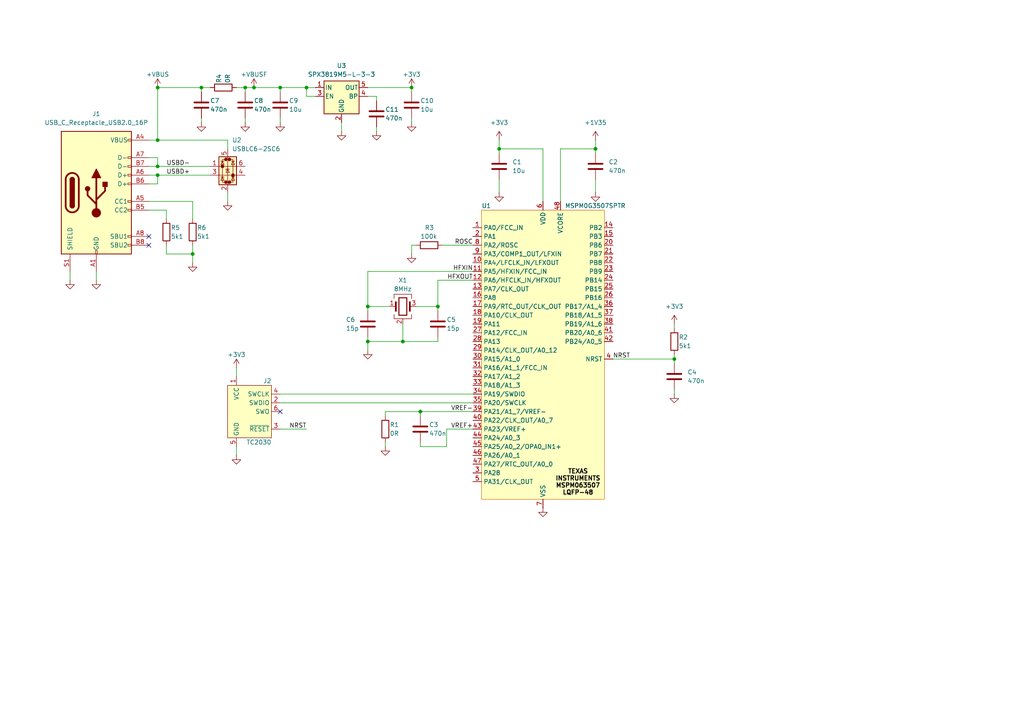
<source format=kicad_sch>
(kicad_sch (version 20250114) (generator "eeschema") (generator_version "9.0")
  (paper "A4")
  (title_block (title "MSPM0 Board") (date "2026-01-09") (rev "A") (company "Slemanz"))
  (lib_symbols
    (symbol "Connector:Conn_ARM_SWD_TagConnect_TC2030" (in_bom no)
      (property "Reference" "J2" (at -6.35 1.2701 0))
      (property "Value" "Conn_ARM_SWD_TagConnect_TC2030" (at -6.35 -1.2699 0))
      (symbol "Conn_ARM_SWD_TagConnect_TC2030_0_0"
        (pin power_in line (at -2.54 10.16 270) (length 2.54) (name "VCC") (number "1"))
        (pin power_in line (at -2.54 -10.16 90) (length 2.54) (name "GND") (number "5"))
        (pin output line (at 10.16 5.08 180) (length 2.54) (name "SWCLK") (number "4"))
        (pin bidirectional line (at 10.16 2.54 180) (length 2.54) (name "SWDIO") (number "2"))
        (pin input line (at 10.16 0 180) (length 2.54) (name "SWO") (number "6"))
        (pin open_collector line (at 10.16 -5.08 180) (length 2.54) (name "~{RESET}") (number "3"))
      )
      (symbol "Conn_ARM_SWD_TagConnect_TC2030_0_1"
        (rectangle (start -5.08 7.62) (end 7.62 -7.62) (fill (type background)))
      )
    )
    (symbol "Connector:USB_C_Receptacle_USB2.0_16P" (pin_names (offset 1.016))
      (property "Reference" "J1" (at 0 22.86 0))
      (property "Value" "USB_C_Receptacle_USB2.0_16P" (at 0 20.32 0))
      (symbol "USB_C_Receptacle_USB2.0_16P_0_0"
        (rectangle (start -0.254 -17.78) (end 0.254 -16.764))
        (rectangle (start 10.16 15.494) (end 9.144 14.986))
        (rectangle (start 10.16 10.414) (end 9.144 9.906))
        (rectangle (start 10.16 7.874) (end 9.144 7.366))
        (rectangle (start 10.16 5.334) (end 9.144 4.826))
        (rectangle (start 10.16 2.794) (end 9.144 2.286))
        (rectangle (start 10.16 -2.286) (end 9.144 -2.794))
        (rectangle (start 10.16 -4.826) (end 9.144 -5.334))
        (rectangle (start 10.16 -12.446) (end 9.144 -12.954))
        (rectangle (start 10.16 -14.986) (end 9.144 -15.494))
      )
      (symbol "USB_C_Receptacle_USB2.0_16P_0_1"
        (rectangle (start -10.16 17.78) (end 10.16 -17.78) (stroke (width 0.254)) (fill (type background)))
        (polyline (pts (xy -8.89 -3.81) (xy -8.89 3.81)) (stroke (width 0.508)))
        (rectangle (start -7.62 -3.81) (end -6.35 3.81) (stroke (width 0.254)) (fill (type outline)))
        (arc (start -7.62 3.81) (mid -6.985 4.4423) (end -6.35 3.81) (stroke (width 0.254)))
        (arc (start -7.62 3.81) (mid -6.985 4.4423) (end -6.35 3.81) (stroke (width 0.254)) (fill (type outline)))
        (arc (start -8.89 3.81) (mid -6.985 5.7067) (end -5.08 3.81) (stroke (width 0.508)))
        (arc (start -5.08 -3.81) (mid -6.985 -5.7067) (end -8.89 -3.81) (stroke (width 0.508)))
        (arc (start -6.35 -3.81) (mid -6.985 -4.4423) (end -7.62 -3.81) (stroke (width 0.254)))
        (arc (start -6.35 -3.81) (mid -6.985 -4.4423) (end -7.62 -3.81) (stroke (width 0.254)) (fill (type outline)))
        (polyline (pts (xy -5.08 3.81) (xy -5.08 -3.81)) (stroke (width 0.508)))
        (circle (center -2.54 1.143) (radius 0.635) (stroke (width 0.254)) (fill (type outline)))
        (polyline (pts (xy -1.27 4.318) (xy 0 6.858) (xy 1.27 4.318) (xy -1.27 4.318)) (stroke (width 0.254)) (fill (type outline)))
        (polyline (pts (xy 0 -2.032) (xy 2.54 0.508) (xy 2.54 1.778)) (stroke (width 0.508)))
        (polyline (pts (xy 0 -3.302) (xy -2.54 -0.762) (xy -2.54 0.508)) (stroke (width 0.508)))
        (polyline (pts (xy 0 -5.842) (xy 0 4.318)) (stroke (width 0.508)))
        (circle (center 0 -5.842) (radius 1.27) (fill (type outline)))
        (rectangle (start 1.905 1.778) (end 3.175 3.048) (stroke (width 0.254)) (fill (type outline)))
      )
      (symbol "USB_C_Receptacle_USB2.0_16P_1_1"
        (pin passive line (at -7.62 -22.86 90) (length 5.08) (name "SHIELD") (number "S1"))
        (pin passive line (at 0 -22.86 90) (length 5.08) (name "GND") (number "A1"))
        (pin passive line (at 0 -22.86 90) (length 5.08) (hide yes) (name "GND") (number "A12"))
        (pin passive line (at 0 -22.86 90) (length 5.08) (hide yes) (name "GND") (number "B1"))
        (pin passive line (at 0 -22.86 90) (length 5.08) (hide yes) (name "GND") (number "B12"))
        (pin passive line (at 15.24 15.24 180) (length 5.08) (name "VBUS") (number "A4"))
        (pin passive line (at 15.24 15.24 180) (length 5.08) (hide yes) (name "VBUS") (number "A9"))
        (pin passive line (at 15.24 15.24 180) (length 5.08) (hide yes) (name "VBUS") (number "B4"))
        (pin passive line (at 15.24 15.24 180) (length 5.08) (hide yes) (name "VBUS") (number "B9"))
        (pin bidirectional line (at 15.24 10.16 180) (length 5.08) (name "D-") (number "A7"))
        (pin bidirectional line (at 15.24 7.62 180) (length 5.08) (name "D-") (number "B7"))
        (pin bidirectional line (at 15.24 5.08 180) (length 5.08) (name "D+") (number "A6"))
        (pin bidirectional line (at 15.24 2.54 180) (length 5.08) (name "D+") (number "B6"))
        (pin bidirectional line (at 15.24 -2.54 180) (length 5.08) (name "CC1") (number "A5"))
        (pin bidirectional line (at 15.24 -5.08 180) (length 5.08) (name "CC2") (number "B5"))
        (pin bidirectional line (at 15.24 -12.7 180) (length 5.08) (name "SBU1") (number "A8"))
        (pin bidirectional line (at 15.24 -15.24 180) (length 5.08) (name "SBU2") (number "B8"))
      )
    )
    (symbol "Device:C" (pin_numbers (hide yes)) (pin_names (offset 0.254))
      (property "Reference" "C" (at 0.635 2.54 0))
      (property "Value" "C" (at 0.635 -2.54 0))
      (symbol "C_0_1"
        (polyline (pts (xy -2.032 0.762) (xy 2.032 0.762)) (stroke (width 0.508)))
        (polyline (pts (xy -2.032 -0.762) (xy 2.032 -0.762)) (stroke (width 0.508)))
      )
      (symbol "C_1_1"
        (pin passive line (at 0 3.81 270) (length 2.794) (name "~") (number "1"))
        (pin passive line (at 0 -3.81 90) (length 2.794) (name "~") (number "2"))
      )
    )
    (symbol "Device:Crystal_GND24" (pin_names (offset 1.016) (hide yes))
      (property "Reference" "Y" (at 3.175 5.08 0))
      (property "Value" "Crystal_GND24" (at 3.175 3.175 0))
      (symbol "Crystal_GND24_0_1"
        (polyline (pts (xy -2.54 2.286) (xy -2.54 3.556) (xy 2.54 3.556) (xy 2.54 2.286)))
        (polyline (pts (xy -2.54 0) (xy -2.032 0)))
        (polyline (pts (xy -2.54 -2.286) (xy -2.54 -3.556) (xy 2.54 -3.556) (xy 2.54 -2.286)))
        (polyline (pts (xy -2.032 -1.27) (xy -2.032 1.27)) (stroke (width 0.508)))
        (rectangle (start -1.143 2.54) (end 1.143 -2.54) (stroke (width 0.3048)))
        (polyline (pts (xy 0 -3.81) (xy 0 -3.556)))
        (polyline (pts (xy 2.032 0) (xy 2.54 0)))
        (polyline (pts (xy 2.032 -1.27) (xy 2.032 1.27)) (stroke (width 0.508)))
      )
      (symbol "Crystal_GND24_1_1"
        (pin passive line (at -3.81 0 0) (length 1.27) (name "1") (number "1"))
        (pin passive line (at 0 -5.08 90) (length 1.27) (name "G") (number "2"))
        (pin passive line (at 0 -5.08 90) (length 1.27) (hide yes) (name "G") (number "4"))
        (pin passive line (at 3.81 0 180) (length 1.27) (name "3") (number "3"))
      )
    )
    (symbol "Device:R" (pin_numbers (hide yes)) (pin_names (offset 0))
      (property "Reference" "R" (at 2.032 0 90))
      (property "Value" "R" (at 0 0 90))
      (symbol "R_0_1"
        (rectangle (start -1.016 -2.54) (end 1.016 2.54) (stroke (width 0.254)))
      )
      (symbol "R_1_1"
        (pin passive line (at 0 3.81 270) (length 1.27) (name "~") (number "1"))
        (pin passive line (at 0 -3.81 90) (length 1.27) (name "~") (number "2"))
      )
    )
    (symbol "Power_Protection:USBLC6-2SC6" (pin_names (hide yes))
      (property "Reference" "U" (at 0.635 5.715 0))
      (property "Value" "USBLC6-2SC6" (at 0.635 3.81 0))
      (symbol "USBLC6-2SC6_0_0"
        (circle (center -1.524 0) (radius 0.0001) (stroke (width 0.508)))
        (circle (center -0.508 2.032) (radius 0.0001) (stroke (width 0.508)))
        (circle (center -0.508 -4.572) (radius 0.0001) (stroke (width 0.508)))
        (circle (center 0.508 2.032) (radius 0.0001) (stroke (width 0.508)))
        (circle (center 0.508 -4.572) (radius 0.0001) (stroke (width 0.508)))
        (circle (center 1.524 -2.54) (radius 0.0001) (stroke (width 0.508)))
      )
      (symbol "USBLC6-2SC6_0_1"
        (polyline (pts (xy -2.54 0) (xy 2.54 0)))
        (polyline (pts (xy -2.54 -2.54) (xy 2.54 -2.54)))
        (polyline (pts (xy -2.032 0.508) (xy -1.016 0.508) (xy -1.524 1.524) (xy -2.032 0.508)))
        (polyline (pts (xy -2.032 -3.048) (xy -1.016 -3.048)))
        (polyline (pts (xy -1.016 1.524) (xy -2.032 1.524)))
        (polyline (pts (xy -1.016 -4.064) (xy -2.032 -4.064) (xy -1.524 -3.048) (xy -1.016 -4.064)))
        (polyline (pts (xy -0.508 -1.143) (xy -0.508 -0.762) (xy 0.508 -0.762)))
        (polyline (pts (xy 0 2.54) (xy -0.508 2.032) (xy 0.508 2.032) (xy 0 1.524) (xy 0 -4.064) (xy -0.508 -4.572) (xy 0.508 -4.572) (xy 0 -5.08)))
        (polyline (pts (xy 0.508 -1.778) (xy -0.508 -1.778) (xy 0 -0.762) (xy 0.508 -1.778)))
        (polyline (pts (xy 1.016 1.524) (xy 2.032 1.524)))
        (polyline (pts (xy 1.016 -3.048) (xy 2.032 -3.048)))
        (polyline (pts (xy 2.032 0.508) (xy 1.016 0.508) (xy 1.524 1.524) (xy 2.032 0.508)))
        (polyline (pts (xy 2.032 -4.064) (xy 1.016 -4.064) (xy 1.524 -3.048) (xy 2.032 -4.064)))
      )
      (symbol "USBLC6-2SC6_1_1"
        (rectangle (start -2.54 2.794) (end 2.54 -5.334) (stroke (width 0.254)) (fill (type background)))
        (polyline (pts (xy -0.508 2.032) (xy -1.524 2.032) (xy -1.524 -4.572) (xy -0.508 -4.572)))
        (polyline (pts (xy 0.508 -4.572) (xy 1.524 -4.572) (xy 1.524 2.032) (xy 0.508 2.032)))
        (pin passive line (at -5.08 0 0) (length 2.54) (name "I/O1") (number "1"))
        (pin passive line (at -5.08 -2.54 0) (length 2.54) (name "I/O2") (number "3"))
        (pin passive line (at 0 5.08 270) (length 2.54) (name "VBUS") (number "5"))
        (pin passive line (at 0 -7.62 90) (length 2.54) (name "GND") (number "2"))
        (pin passive line (at 5.08 0 180) (length 2.54) (name "I/O1") (number "6"))
        (pin passive line (at 5.08 -2.54 180) (length 2.54) (name "I/O2") (number "4"))
      )
    )
    (symbol "Regulator_Linear:SPX3819M5-L-3-3" (pin_names (offset 0.254))
      (property "Reference" "U" (at -3.81 5.715 0))
      (property "Value" "SPX3819M5-L-3-3" (at 0 5.715 0))
      (symbol "SPX3819M5-L-3-3_0_1"
        (rectangle (start -5.08 4.445) (end 5.08 -5.08) (stroke (width 0.254)) (fill (type background)))
      )
      (symbol "SPX3819M5-L-3-3_1_1"
        (pin power_in line (at -7.62 2.54 0) (length 2.54) (name "IN") (number "1"))
        (pin input line (at -7.62 0 0) (length 2.54) (name "EN") (number "3"))
        (pin power_in line (at 0 -7.62 90) (length 2.54) (name "GND") (number "2"))
        (pin power_out line (at 7.62 2.54 180) (length 2.54) (name "OUT") (number "5"))
        (pin input line (at 7.62 0 180) (length 2.54) (name "BP") (number "4"))
      )
    )
    (symbol "power:+1V35" (power) (pin_numbers (hide yes)) (pin_names (offset 0) (hide yes))
      (property "Value" "+1V35" (at 0 3.556 0))
      (symbol "+1V35_0_1"
        (polyline (pts (xy -0.762 1.27) (xy 0 2.54)))
        (polyline (pts (xy 0 2.54) (xy 0.762 1.27)))
        (polyline (pts (xy 0 0) (xy 0 2.54)))
      )
      (symbol "+1V35_1_1"
        (pin power_in line (at 0 0 90) (length 0) (name "~") (number "1"))
      )
    )
    (symbol "power:+3V3" (power) (pin_numbers (hide yes)) (pin_names (offset 0) (hide yes))
      (property "Value" "+3V3" (at 0 3.556 0))
      (symbol "+3V3_0_1"
        (polyline (pts (xy -0.762 1.27) (xy 0 2.54)))
        (polyline (pts (xy 0 2.54) (xy 0.762 1.27)))
        (polyline (pts (xy 0 0) (xy 0 2.54)))
      )
      (symbol "+3V3_1_1"
        (pin power_in line (at 0 0 90) (length 0) (name "~") (number "1"))
      )
    )
    (symbol "power:GND" (power) (pin_numbers (hide yes)) (pin_names (offset 0) (hide yes))
      (property "Value" "GND" (at 0 -3.81 0))
      (symbol "GND_0_1"
        (polyline (pts (xy 0 0) (xy 0 -1.27) (xy 1.27 -1.27) (xy 0 -2.54) (xy -1.27 -1.27) (xy 0 -1.27)))
      )
      (symbol "GND_1_1"
        (pin power_in line (at 0 0 270) (length 0) (name "~") (number "1"))
      )
    )
    (symbol "symbol_lib:MSPM0G3507SPTR"
      (property "Reference" "U" (at -14.732 44.704 0))
      (property "Value" "MSPM0G3507SPTR" (at 0 0 0))
      (symbol "MSPM0G3507SPTR_0_0"
        (pin passive line (at -20.32 38.1 0) (length 2.54) (name "PA0/FCC_IN") (number "1"))
        (pin passive line (at -20.32 35.56 0) (length 2.54) (name "PA1") (number "2"))
        (pin passive line (at -20.32 33.02 0) (length 2.54) (name "PA2/ROSC") (number "8"))
        (pin passive line (at -20.32 30.48 0) (length 2.54) (name "PA3/COMP1_OUT/LFXIN") (number "9"))
        (pin passive line (at -20.32 27.94 0) (length 2.54) (name "PA4/LFCLK_IN/LFXOUT") (number "10"))
        (pin passive line (at -20.32 25.4 0) (length 2.54) (name "PA5/HFXIN/FCC_IN") (number "11"))
        (pin passive line (at -20.32 22.86 0) (length 2.54) (name "PA6/HFCLK_IN/HFXOUT") (number "12"))
        (pin passive line (at -20.32 20.32 0) (length 2.54) (name "PA7/CLK_OUT") (number "13"))
        (pin passive line (at -20.32 17.78 0) (length 2.54) (name "PA8") (number "16"))
        (pin passive line (at -20.32 10.16 0) (length 2.54) (name "PA11") (number "19"))
        (pin passive line (at -20.32 5.08 0) (length 2.54) (name "PA13") (number "28"))
        (pin passive line (at -20.32 -33.02 0) (length 2.54) (name "PA28") (number "3"))
        (pin passive line (at 0 45.72 270) (length 2.54) (name "VDD") (number "6"))
        (pin passive line (at 0 -43.18 90) (length 2.54) (name "VSS") (number "7"))
        (pin passive line (at 5.08 45.72 270) (length 2.54) (name "VCORE") (number "48"))
        (pin passive line (at 20.32 38.1 180) (length 2.54) (name "PB2") (number "14"))
        (pin passive line (at 20.32 35.56 180) (length 2.54) (name "PB3") (number "15"))
        (pin passive line (at 20.32 33.02 180) (length 2.54) (name "PB6") (number "20"))
        (pin passive line (at 20.32 30.48 180) (length 2.54) (name "PB7") (number "21"))
        (pin passive line (at 20.32 27.94 180) (length 2.54) (name "PB8") (number "22"))
        (pin passive line (at 20.32 25.4 180) (length 2.54) (name "PB9") (number "23"))
        (pin passive line (at 20.32 22.86 180) (length 2.54) (name "PB14") (number "24"))
        (pin passive line (at 20.32 20.32 180) (length 2.54) (name "PB15") (number "25"))
        (pin passive line (at 20.32 17.78 180) (length 2.54) (name "PB16") (number "26"))
      )
      (symbol "MSPM0G3507SPTR_1_0"
        (pin passive line (at -20.32 15.24 0) (length 2.54) (name "PA9/RTC_OUT/CLK_OUT") (number "17"))
        (pin passive line (at -20.32 12.7 0) (length 2.54) (name "PA10/CLK_OUT") (number "18"))
        (pin passive line (at -20.32 7.62 0) (length 2.54) (name "PA12/FCC_IN") (number "27"))
        (pin passive line (at -20.32 2.54 0) (length 2.54) (name "PA14/CLK_OUT/A0_12") (number "29"))
        (pin passive line (at -20.32 0 0) (length 2.54) (name "PA15/A1_0") (number "30"))
        (pin passive line (at -20.32 -2.54 0) (length 2.54) (name "PA16/A1_1/FCC_IN") (number "31"))
        (pin passive line (at -20.32 -5.08 0) (length 2.54) (name "PA17/A1_2") (number "32"))
        (pin passive line (at -20.32 -7.62 0) (length 2.54) (name "PA18/A1_3") (number "33"))
        (pin passive line (at -20.32 -10.16 0) (length 2.54) (name "PA19/SWDIO") (number "34"))
        (pin passive line (at -20.32 -12.7 0) (length 2.54) (name "PA20/SWCLK") (number "35"))
        (pin passive line (at -20.32 -15.24 0) (length 2.54) (name "PA21/A1_7/VREF-") (number "39"))
        (pin passive line (at -20.32 -17.78 0) (length 2.54) (name "PA22/CLK_OUT/A0_7") (number "40"))
        (pin passive line (at -20.32 -20.32 0) (length 2.54) (name "PA23/VREF+") (number "43"))
        (pin passive line (at -20.32 -22.86 0) (length 2.54) (name "PA24/A0_3") (number "44"))
        (pin passive line (at -20.32 -25.4 0) (length 2.54) (name "PA25/A0_2/OPA0_IN1+") (number "45"))
        (pin passive line (at -20.32 -27.94 0) (length 2.54) (name "PA26/A0_1") (number "46"))
        (pin passive line (at -20.32 -30.48 0) (length 2.54) (name "PA27/RTC_OUT/A0_0") (number "47"))
        (pin passive line (at -20.32 -35.56 0) (length 2.54) (name "PA31/CLK_OUT") (number "5"))
        (pin passive line (at 20.32 15.24 180) (length 2.54) (name "PB17/A1_4") (number "36"))
        (pin passive line (at 20.32 12.7 180) (length 2.54) (name "PB18/A1_5") (number "37"))
        (pin passive line (at 20.32 10.16 180) (length 2.54) (name "PB19/A1_6") (number "38"))
        (pin passive line (at 20.32 7.62 180) (length 2.54) (name "PB20/A0_6") (number "41"))
        (pin passive line (at 20.32 5.08 180) (length 2.54) (name "PB24/A0_5") (number "42"))
        (pin passive line (at 20.32 0 180) (length 2.54) (name "NRST") (number "4"))
      )
      (symbol "MSPM0G3507SPTR_1_1"
        (rectangle (start -17.78 43.18) (end 17.78 -40.64) (stroke (width 0) (color 204 102 0 1)) (fill (type color) (color 255 255 194 1)))
        (text "TEXAS\nINSTRUMENTS\nMSPM063507\nLQFP-48" (at 10.16 -35.56 0) (effects (font (size 1.27 1.27) (thickness 0.254) (bold yes))))
      )
    )
  )
  (junction (at 45.72 48.26))
  (junction (at 119.38 25.4))
  (junction (at 106.68 88.9))
  (junction (at 195.58 104.14))
  (junction (at 81.28 25.4))
  (junction (at 121.92 119.38))
  (junction (at 45.72 40.64))
  (junction (at 73.66 25.4))
  (junction (at 45.72 50.8))
  (junction (at 55.88 73.66))
  (junction (at 45.72 25.4))
  (junction (at 58.42 25.4))
  (junction (at 172.72 43.18))
  (junction (at 127 88.9))
  (junction (at 88.9 25.4))
  (junction (at 144.78 43.18))
  (junction (at 116.84 99.06))
  (junction (at 71.12 25.4))
  (junction (at 106.68 99.06))
  (no_connect (at 43.18 68.58))
  (no_connect (at 81.28 119.38))
  (no_connect (at 43.18 71.12))
  (wire (pts (xy 43.18 50.8) (xy 45.72 50.8)))
  (wire (pts (xy 81.28 34.29) (xy 81.28 35.56)))
  (wire (pts (xy 45.72 50.8) (xy 60.96 50.8)))
  (wire (pts (xy 172.72 40.64) (xy 172.72 43.18)))
  (wire (pts (xy 48.26 73.66) (xy 55.88 73.66)))
  (wire (pts (xy 71.12 34.29) (xy 71.12 35.56)))
  (wire (pts (xy 58.42 25.4) (xy 58.42 26.67)))
  (wire (pts (xy 55.88 73.66) (xy 55.88 76.2)))
  (wire (pts (xy 106.68 88.9) (xy 106.68 90.17)))
  (wire (pts (xy 106.68 27.94) (xy 109.22 27.94)))
  (wire (pts (xy 162.56 43.18) (xy 172.72 43.18)))
  (wire (pts (xy 128.27 71.12) (xy 137.16 71.12)))
  (wire (pts (xy 116.84 99.06) (xy 127 99.06)))
  (wire (pts (xy 121.92 129.54) (xy 121.92 128.27)))
  (wire (pts (xy 43.18 60.96) (xy 48.26 60.96)))
  (wire (pts (xy 66.04 58.42) (xy 66.04 55.88)))
  (wire (pts (xy 43.18 48.26) (xy 45.72 48.26)))
  (wire (pts (xy 91.44 25.4) (xy 88.9 25.4)))
  (wire (pts (xy 119.38 25.4) (xy 119.38 26.67)))
  (wire (pts (xy 71.12 26.67) (xy 71.12 25.4)))
  (wire (pts (xy 71.12 25.4) (xy 73.66 25.4)))
  (wire (pts (xy 120.65 88.9) (xy 127 88.9)))
  (wire (pts (xy 127 99.06) (xy 127 97.79)))
  (wire (pts (xy 144.78 52.07) (xy 144.78 55.88)))
  (wire (pts (xy 109.22 36.83) (xy 109.22 38.1)))
  (wire (pts (xy 71.12 25.4) (xy 68.58 25.4)))
  (wire (pts (xy 43.18 40.64) (xy 45.72 40.64)))
  (wire (pts (xy 121.92 129.54) (xy 129.54 129.54)))
  (wire (pts (xy 195.58 93.98) (xy 195.58 95.25)))
  (wire (pts (xy 106.68 97.79) (xy 106.68 99.06)))
  (wire (pts (xy 119.38 73.66) (xy 119.38 71.12)))
  (wire (pts (xy 45.72 40.64) (xy 45.72 25.4)))
  (wire (pts (xy 177.8 104.14) (xy 195.58 104.14)))
  (wire (pts (xy 106.68 99.06) (xy 106.68 101.6)))
  (wire (pts (xy 195.58 104.14) (xy 195.58 105.41)))
  (wire (pts (xy 81.28 25.4) (xy 81.28 26.67)))
  (wire (pts (xy 45.72 48.26) (xy 60.96 48.26)))
  (wire (pts (xy 157.48 58.42) (xy 157.48 43.18)))
  (wire (pts (xy 119.38 71.12) (xy 120.65 71.12)))
  (wire (pts (xy 48.26 71.12) (xy 48.26 73.66)))
  (wire (pts (xy 119.38 34.29) (xy 119.38 35.56)))
  (wire (pts (xy 81.28 25.4) (xy 88.9 25.4)))
  (wire (pts (xy 68.58 106.68) (xy 68.58 109.22)))
  (wire (pts (xy 106.68 25.4) (xy 119.38 25.4)))
  (wire (pts (xy 121.92 119.38) (xy 137.16 119.38)))
  (wire (pts (xy 48.26 60.96) (xy 48.26 63.5)))
  (wire (pts (xy 99.06 35.56) (xy 99.06 38.1)))
  (wire (pts (xy 45.72 45.72) (xy 43.18 45.72)))
  (wire (pts (xy 43.18 53.34) (xy 45.72 53.34)))
  (wire (pts (xy 121.92 119.38) (xy 111.76 119.38)))
  (wire (pts (xy 116.84 93.98) (xy 116.84 99.06)))
  (wire (pts (xy 109.22 27.94) (xy 109.22 29.21)))
  (wire (pts (xy 27.94 78.74) (xy 27.94 81.28)))
  (wire (pts (xy 91.44 27.94) (xy 88.9 27.94)))
  (wire (pts (xy 121.92 119.38) (xy 121.92 120.65)))
  (wire (pts (xy 68.58 129.54) (xy 68.58 132.08)))
  (wire (pts (xy 66.04 40.64) (xy 66.04 43.18)))
  (wire (pts (xy 127 81.28) (xy 137.16 81.28)))
  (wire (pts (xy 137.16 78.74) (xy 106.68 78.74)))
  (wire (pts (xy 127 88.9) (xy 127 90.17)))
  (wire (pts (xy 58.42 25.4) (xy 60.96 25.4)))
  (wire (pts (xy 111.76 119.38) (xy 111.76 120.65)))
  (wire (pts (xy 111.76 128.27) (xy 111.76 129.54)))
  (wire (pts (xy 127 88.9) (xy 127 81.28)))
  (wire (pts (xy 129.54 124.46) (xy 137.16 124.46)))
  (wire (pts (xy 55.88 73.66) (xy 55.88 71.12)))
  (wire (pts (xy 172.72 52.07) (xy 172.72 55.88)))
  (wire (pts (xy 129.54 129.54) (xy 129.54 124.46)))
  (wire (pts (xy 45.72 48.26) (xy 45.72 45.72)))
  (wire (pts (xy 73.66 25.4) (xy 81.28 25.4)))
  (wire (pts (xy 157.48 43.18) (xy 144.78 43.18)))
  (wire (pts (xy 81.28 114.3) (xy 137.16 114.3)))
  (wire (pts (xy 106.68 99.06) (xy 116.84 99.06)))
  (wire (pts (xy 45.72 53.34) (xy 45.72 50.8)))
  (wire (pts (xy 81.28 116.84) (xy 137.16 116.84)))
  (wire (pts (xy 43.18 58.42) (xy 55.88 58.42)))
  (wire (pts (xy 172.72 43.18) (xy 172.72 44.45)))
  (wire (pts (xy 162.56 43.18) (xy 162.56 58.42)))
  (wire (pts (xy 195.58 113.03) (xy 195.58 114.3)))
  (wire (pts (xy 195.58 104.14) (xy 195.58 102.87)))
  (wire (pts (xy 144.78 43.18) (xy 144.78 44.45)))
  (wire (pts (xy 55.88 58.42) (xy 55.88 63.5)))
  (wire (pts (xy 144.78 40.64) (xy 144.78 43.18)))
  (wire (pts (xy 45.72 40.64) (xy 66.04 40.64)))
  (wire (pts (xy 20.32 78.74) (xy 20.32 81.28)))
  (wire (pts (xy 45.72 25.4) (xy 58.42 25.4)))
  (wire (pts (xy 88.9 25.4) (xy 88.9 27.94)))
  (wire (pts (xy 58.42 34.29) (xy 58.42 35.56)))
  (wire (pts (xy 81.28 124.46) (xy 88.9 124.46)))
  (wire (pts (xy 106.68 88.9) (xy 113.03 88.9)))
  (wire (pts (xy 106.68 78.74) (xy 106.68 88.9)))
  (label "ROSC" (at 137.16 71.12 180))
  (label "VREF-" (at 137.16 119.38 180))
  (label "USBD-" (at 48.26 48.26 0))
  (label "USBD+" (at 48.26 50.8 0))
  (label "HFXIN" (at 137.16 78.74 180))
  (label "NRST" (at 177.8 104.14 0))
  (label "HFXOUT" (at 137.16 81.28 180))
  (label "NRST" (at 88.9 124.46 180))
  (label "VREF+" (at 137.16 124.46 180))
  (symbol (lib_id "power:GND") (at 20.32 81.28 0) (unit 1)
    (property "Reference" "#PWR021" (effects (hide yes)))
    (property "Value" "GND" (effects (hide yes)))
    (property "Description" "Power symbol creates a global label with name \"GND\" , ground" (effects (hide yes)))
  )
  (symbol (lib_id "Device:C") (at 127 93.98 0) (unit 1)
    (property "Reference" "C5" (at 129.54 92.71 0) (effects (justify left)))
    (property "Value" "15p" (at 129.54 95.25 0) (effects (justify left)))
    (property "Footprint" "Capacitor_SMD:C_0603_1608Metric" (effects (hide yes)))
    (property "Description" "Unpolarized capacitor" (effects (hide yes)))
  )
  (symbol (lib_id "power:GND") (at 106.68 101.6 0) (unit 1)
    (property "Reference" "#PWR010" (effects (hide yes)))
    (property "Value" "GND" (effects (hide yes)))
    (property "Description" "Power symbol creates a global label with name \"GND\" , ground" (effects (hide yes)))
  )
  (symbol (lib_id "Device:Crystal_GND24") (at 116.84 88.9 0) (unit 1)
    (property "Reference" "X1" (at 116.84 81.28 0))
    (property "Value" "8MHz" (at 116.84 83.82 0))
    (property "Footprint" "Crystal:Crystal_SMD_3225-4Pin_3.2x2.5mm" (effects (hide yes)))
    (property "Description" "Four pin crystal, GND on pins 2 and 4" (effects (hide yes)))
    (property private "KLC_S3.3" "The rectangle is not a symbol body but a graphical element" (effects (hide yes)))
    (property private "KLC_S4.1" "Some pins are on 50mil grid to make the symbol small" (effects (hide yes)))
  )
  (symbol (lib_id "Regulator_Linear:SPX3819M5-L-3-3") (at 99.06 27.94 0) (unit 1)
    (property "Reference" "U3" (at 99.06 19.05 0))
    (property "Value" "SPX3819M5-L-3-3" (at 99.06 21.59 0))
    (property "Footprint" "Package_TO_SOT_SMD:SOT-23-5" (effects (hide yes)))
    (property "Datasheet" "https://www.exar.com/content/document.ashx?id=22106&languageid=1033&type=Datasheet&partnumber=SPX3819&filename=SPX3819.pdf&part=SPX3819" (effects (hide yes)))
    (property "Description" "500mA Low drop-out regulator, Fixed Output 3.3V, SOT-23-5" (effects (hide yes)))
  )
  (symbol (lib_id "Device:C") (at 71.12 30.48 0) (unit 1)
    (property "Reference" "C8" (at 73.66 29.21 0) (effects (justify left)))
    (property "Value" "470n" (at 73.66 31.75 0) (effects (justify left)))
    (property "Footprint" "Capacitor_SMD:C_0603_1608Metric" (effects (hide yes)))
    (property "Description" "Unpolarized capacitor" (effects (hide yes)))
  )
  (symbol (lib_id "power:GND") (at 119.38 35.56 0) (unit 1)
    (property "Reference" "#PWR016" (effects (hide yes)))
    (property "Value" "GND" (effects (hide yes)))
    (property "Description" "Power symbol creates a global label with name \"GND\" , ground" (effects (hide yes)))
  )
  (symbol (lib_id "power:GND") (at 71.12 35.56 0) (unit 1)
    (property "Reference" "#PWR014" (effects (hide yes)))
    (property "Value" "GND" (effects (hide yes)))
    (property "Description" "Power symbol creates a global label with name \"GND\" , ground" (effects (hide yes)))
  )
  (symbol (lib_id "power:+3V3") (at 73.66 25.4 0) (unit 1)
    (property "Reference" "#PWR019" (effects (hide yes)))
    (property "Value" "+VBUSF" (at 73.66 21.59 0))
    (property "Description" "Power symbol creates a global label with name \"+3V3\"" (effects (hide yes)))
  )
  (symbol (lib_id "Device:R") (at 195.58 99.06 0) (unit 1)
    (property "Reference" "R2" (at 196.85 97.79 0) (effects (justify left)))
    (property "Value" "5k1" (at 196.85 100.33 0) (effects (justify left)))
    (property "Footprint" "Resistor_SMD:R_0603_1608Metric" (effects (hide yes)))
    (property "Description" "Resistor" (effects (hide yes)))
  )
  (symbol (lib_id "power:GND") (at 58.42 35.56 0) (unit 1)
    (property "Reference" "#PWR013" (effects (hide yes)))
    (property "Value" "GND" (effects (hide yes)))
    (property "Description" "Power symbol creates a global label with name \"GND\" , ground" (effects (hide yes)))
  )
  (symbol (lib_id "power:GND") (at 81.28 35.56 0) (unit 1)
    (property "Reference" "#PWR015" (effects (hide yes)))
    (property "Value" "GND" (effects (hide yes)))
    (property "Description" "Power symbol creates a global label with name \"GND\" , ground" (effects (hide yes)))
  )
  (symbol (lib_id "Device:R") (at 55.88 67.31 0) (unit 1)
    (property "Reference" "R6" (at 57.15 66.04 0) (effects (justify left)))
    (property "Value" "5k1" (at 57.15 68.58 0) (effects (justify left)))
    (property "Footprint" "Resistor_SMD:R_0603_1608Metric" (effects (hide yes)))
    (property "Description" "Resistor" (effects (hide yes)))
  )
  (symbol (lib_id "power:GND") (at 157.48 147.32 0) (unit 1)
    (property "Reference" "#PWR04" (effects (hide yes)))
    (property "Value" "GND" (effects (hide yes)))
    (property "Description" "Power symbol creates a global label with name \"GND\" , ground" (effects (hide yes)))
  )
  (symbol (lib_id "Device:C") (at 106.68 93.98 0) (unit 1)
    (property "Reference" "C6" (at 100.33 92.71 0) (effects (justify left)))
    (property "Value" "15p" (at 100.33 95.25 0) (effects (justify left)))
    (property "Footprint" "Capacitor_SMD:C_0603_1608Metric" (effects (hide yes)))
    (property "Description" "Unpolarized capacitor" (effects (hide yes)))
  )
  (symbol (lib_id "power:GND") (at 172.72 55.88 0) (unit 1)
    (property "Reference" "#PWR05" (effects (hide yes)))
    (property "Value" "GND" (effects (hide yes)))
    (property "Description" "Power symbol creates a global label with name \"GND\" , ground" (effects (hide yes)))
  )
  (symbol (lib_id "Device:C") (at 195.58 109.22 0) (unit 1)
    (property "Reference" "C4" (at 199.39 107.9499 0) (effects (justify left)))
    (property "Value" "470n" (at 199.39 110.4899 0) (effects (justify left)))
    (property "Footprint" "Capacitor_SMD:C_0603_1608Metric" (effects (hide yes)))
    (property "Description" "Unpolarized capacitor" (effects (hide yes)))
  )
  (symbol (lib_id "power:+3V3") (at 195.58 93.98 0) (unit 1)
    (property "Reference" "#PWR07" (effects (hide yes)))
    (property "Value" "+3V3" (at 195.58 88.9 0))
    (property "Description" "Power symbol creates a global label with name \"+3V3\"" (effects (hide yes)))
  )
  (symbol (lib_id "power:GND") (at 119.38 73.66 0) (unit 1)
    (property "Reference" "#PWR09" (effects (hide yes)))
    (property "Value" "GND" (effects (hide yes)))
    (property "Description" "Power symbol creates a global label with name \"GND\" , ground" (effects (hide yes)))
  )
  (symbol (lib_id "power:GND") (at 195.58 114.3 0) (unit 1)
    (property "Reference" "#PWR08" (effects (hide yes)))
    (property "Value" "GND" (effects (hide yes)))
    (property "Description" "Power symbol creates a global label with name \"GND\" , ground" (effects (hide yes)))
  )
  (symbol (lib_id "power:+3V3") (at 119.38 25.4 0) (unit 1)
    (property "Reference" "#PWR020" (effects (hide yes)))
    (property "Value" "+3V3" (at 119.38 21.59 0))
    (property "Description" "Power symbol creates a global label with name \"+3V3\"" (effects (hide yes)))
  )
  (symbol (lib_id "power:+3V3") (at 144.78 40.64 0) (unit 1)
    (property "Reference" "#PWR01" (effects (hide yes)))
    (property "Value" "+3V3" (at 144.78 35.56 0))
    (property "Description" "Power symbol creates a global label with name \"+3V3\"" (effects (hide yes)))
  )
  (symbol (lib_id "power:GND") (at 68.58 132.08 0) (unit 1)
    (property "Reference" "#PWR024" (effects (hide yes)))
    (property "Value" "GND" (effects (hide yes)))
    (property "Description" "Power symbol creates a global label with name \"GND\" , ground" (effects (hide yes)))
  )
  (symbol (lib_id "power:GND") (at 109.22 38.1 0) (unit 1)
    (property "Reference" "#PWR017" (effects (hide yes)))
    (property "Value" "GND" (effects (hide yes)))
    (property "Description" "Power symbol creates a global label with name \"GND\" , ground" (effects (hide yes)))
  )
  (symbol (lib_id "Connector:USB_C_Receptacle_USB2.0_16P") (at 27.94 55.88 0) (unit 1)
    (property "Reference" "J1" (at 27.94 33.02 0))
    (property "Value" "USB_C_Receptacle_USB2.0_16P" (at 27.94 35.56 0))
    (property "Footprint" "Connector_USB:USB_C_Receptacle_GCT_USB4105-xx-A_16P_TopMnt_Horizontal" (effects (hide yes)))
    (property "Datasheet" "https://www.usb.org/sites/default/files/documents/usb_type-c.zip" (effects (hide yes)))
    (property "Description" "USB 2.0-only 16P Type-C Receptacle connector" (effects (hide yes)))
  )
  (symbol (lib_id "Device:R") (at 111.76 124.46 0) (unit 1)
    (property "Reference" "R1" (at 113.03 123.19 0) (effects (justify left)))
    (property "Value" "0R" (at 113.03 125.73 0) (effects (justify left)))
    (property "Footprint" "Resistor_SMD:R_0603_1608Metric" (effects (hide yes)))
    (property "Description" "Resistor" (effects (hide yes)))
  )
  (symbol (lib_id "power:+3V3") (at 68.58 106.68 0) (unit 1)
    (property "Reference" "#PWR025" (effects (hide yes)))
    (property "Value" "+3V3" (at 68.58 102.87 0))
    (property "Description" "Power symbol creates a global label with name \"+3V3\"" (effects (hide yes)))
  )
  (symbol (lib_id "Device:R") (at 124.46 71.12 90) (unit 1)
    (property "Reference" "R3" (at 123.19 66.04 90) (effects (justify right)))
    (property "Value" "100k" (at 121.92 68.58 90) (effects (justify right)))
    (property "Footprint" "Resistor_SMD:R_0603_1608Metric" (effects (hide yes)))
    (property "Description" "Resistor" (effects (hide yes)))
  )
  (symbol (lib_id "Device:C") (at 121.92 124.46 0) (unit 1)
    (property "Reference" "C3" (at 124.46 123.19 0) (effects (justify left)))
    (property "Value" "470n" (at 124.46 125.73 0) (effects (justify left)))
    (property "Footprint" "Capacitor_SMD:C_0603_1608Metric" (effects (hide yes)))
    (property "Description" "Unpolarized capacitor" (effects (hide yes)))
  )
  (symbol (lib_id "Power_Protection:USBLC6-2SC6") (at 66.04 48.26 0) (unit 1)
    (property "Reference" "U2" (at 67.31 40.64 0) (effects (justify left)))
    (property "Value" "USBLC6-2SC6" (at 67.31 43.18 0) (effects (justify left)))
    (property "Footprint" "Package_TO_SOT_SMD:SOT-23-6" (effects (hide yes)))
    (property "Datasheet" "https://www.st.com/resource/en/datasheet/usblc6-2.pdf" (effects (hide yes)))
    (property "Description" "Very low capacitance ESD protection diode, 2 data-line, SOT-23-6" (effects (hide yes)))
  )
  (symbol (lib_id "Device:C") (at 144.78 48.26 0) (unit 1)
    (property "Reference" "C1" (at 148.59 46.9899 0) (effects (justify left)))
    (property "Value" "10u" (at 148.59 49.5299 0) (effects (justify left)))
    (property "Footprint" "Capacitor_SMD:C_0805_2012Metric" (effects (hide yes)))
    (property "Description" "Unpolarized capacitor" (effects (hide yes)))
  )
  (symbol (lib_id "power:GND") (at 66.04 58.42 0) (unit 1)
    (property "Reference" "#PWR011" (effects (hide yes)))
    (property "Value" "GND" (effects (hide yes)))
    (property "Description" "Power symbol creates a global label with name \"GND\" , ground" (effects (hide yes)))
  )
  (symbol (lib_id "Device:R") (at 64.77 25.4 90) (unit 1)
    (property "Reference" "R4" (at 63.5 24.13 0) (effects (justify left)))
    (property "Value" "0R" (at 66.04 24.13 0) (effects (justify left)))
    (property "Footprint" "Resistor_SMD:R_0603_1608Metric" (effects (hide yes)))
    (property "Description" "Resistor" (effects (hide yes)))
  )
  (symbol (lib_id "Device:C") (at 58.42 30.48 0) (unit 1)
    (property "Reference" "C7" (at 60.96 29.21 0) (effects (justify left)))
    (property "Value" "470n" (at 60.96 31.75 0) (effects (justify left)))
    (property "Footprint" "Capacitor_SMD:C_0603_1608Metric" (effects (hide yes)))
    (property "Description" "Unpolarized capacitor" (effects (hide yes)))
  )
  (symbol (lib_id "power:GND") (at 55.88 76.2 0) (unit 1)
    (property "Reference" "#PWR023" (effects (hide yes)))
    (property "Value" "GND" (effects (hide yes)))
    (property "Description" "Power symbol creates a global label with name \"GND\" , ground" (effects (hide yes)))
  )
  (symbol (lib_id "power:+1V35") (at 172.72 40.64 0) (unit 1)
    (property "Reference" "#PWR03" (effects (hide yes)))
    (property "Value" "+1V35" (at 172.72 35.56 0))
    (property "Description" "Power symbol creates a global label with name \"+1V35\"" (effects (hide yes)))
  )
  (symbol (lib_id "Device:C") (at 81.28 30.48 0) (unit 1)
    (property "Reference" "C9" (at 83.82 29.21 0) (effects (justify left)))
    (property "Value" "10u" (at 83.82 31.75 0) (effects (justify left)))
    (property "Footprint" "Capacitor_SMD:C_0805_2012Metric" (effects (hide yes)))
    (property "Description" "Unpolarized capacitor" (effects (hide yes)))
  )
  (symbol (lib_id "power:+3V3") (at 45.72 25.4 0) (unit 1)
    (property "Reference" "#PWR012" (effects (hide yes)))
    (property "Value" "+VBUS" (at 45.72 21.59 0))
    (property "Description" "Power symbol creates a global label with name \"+3V3\"" (effects (hide yes)))
  )
  (symbol (lib_id "Device:C") (at 172.72 48.26 0) (unit 1)
    (property "Reference" "C2" (at 176.53 46.9899 0) (effects (justify left)))
    (property "Value" "470n" (at 176.53 49.5299 0) (effects (justify left)))
    (property "Footprint" "Capacitor_SMD:C_0603_1608Metric" (effects (hide yes)))
    (property "Description" "Unpolarized capacitor" (effects (hide yes)))
  )
  (symbol (lib_id "symbol_lib:MSPM0G3507SPTR") (at 157.48 104.14 0) (unit 1)
    (property "Reference" "U1" (at 139.7 59.69 0) (effects (justify left)))
    (property "Value" "MSPM0G3507SPTR" (at 163.83 59.69 0) (effects (justify left)))
    (property "Footprint" "Package_QFP:LQFP-48_7x7mm_P0.5mm" (effects (hide yes)))
    (property "Description" "IC MCU 32BIT 128KB FLASH 48LQFP" (effects (hide yes)))
  )
  (symbol (lib_id "power:GND") (at 144.78 55.88 0) (unit 1)
    (property "Reference" "#PWR02" (effects (hide yes)))
    (property "Value" "GND" (effects (hide yes)))
    (property "Description" "Power symbol creates a global label with name \"GND\" , ground" (effects (hide yes)))
  )
  (symbol (lib_id "power:GND") (at 99.06 38.1 0) (unit 1)
    (property "Reference" "#PWR018" (effects (hide yes)))
    (property "Value" "GND" (effects (hide yes)))
    (property "Description" "Power symbol creates a global label with name \"GND\" , ground" (effects (hide yes)))
  )
  (symbol (lib_id "power:GND") (at 111.76 129.54 0) (unit 1)
    (property "Reference" "#PWR06" (effects (hide yes)))
    (property "Value" "GND" (effects (hide yes)))
    (property "Description" "Power symbol creates a global label with name \"GND\" , ground" (effects (hide yes)))
  )
  (symbol (lib_id "Device:C") (at 119.38 30.48 0) (unit 1)
    (property "Reference" "C10" (at 121.92 29.21 0) (effects (justify left)))
    (property "Value" "10u" (at 121.92 31.75 0) (effects (justify left)))
    (property "Footprint" "Capacitor_SMD:C_0805_2012Metric" (effects (hide yes)))
    (property "Description" "Unpolarized capacitor" (effects (hide yes)))
  )
  (symbol (lib_id "Connector:Conn_ARM_SWD_TagConnect_TC2030") (at 71.12 119.38 0) (unit 1) (in_bom no)
    (property "Reference" "J2" (at 78.74 110.49 0) (effects (justify right)))
    (property "Value" "TC2030" (at 78.74 128.27 0) (effects (justify right)))
    (property "Footprint" "Connector:Tag-Connect_TC2030-IDC-FP_2x03_P1.27mm_Vertical" (effects (hide yes)))
    (property "Datasheet" "https://www.tag-connect.com/wp-content/uploads/bsk-pdf-manager/TC2030-CTX_1.pdf" (effects (hide yes)))
    (property "Description" "Tag-Connect ARM Cortex SWD JTAG connector, 6 pin" (effects (hide yes)))
  )
  (symbol (lib_id "Device:R") (at 48.26 67.31 0) (unit 1)
    (property "Reference" "R5" (at 49.53 66.04 0) (effects (justify left)))
    (property "Value" "5k1" (at 49.53 68.58 0) (effects (justify left)))
    (property "Footprint" "Resistor_SMD:R_0603_1608Metric" (effects (hide yes)))
    (property "Description" "Resistor" (effects (hide yes)))
  )
  (symbol (lib_id "Device:C") (at 109.22 33.02 0) (unit 1)
    (property "Reference" "C11" (at 111.76 31.75 0) (effects (justify left)))
    (property "Value" "470n" (at 111.76 34.29 0) (effects (justify left)))
    (property "Footprint" "Capacitor_SMD:C_0603_1608Metric" (effects (hide yes)))
    (property "Description" "Unpolarized capacitor" (effects (hide yes)))
  )
  (symbol (lib_id "power:GND") (at 27.94 81.28 0) (unit 1)
    (property "Reference" "#PWR022" (effects (hide yes)))
    (property "Value" "GND" (effects (hide yes)))
    (property "Description" "Power symbol creates a global label with name \"GND\" , ground" (effects (hide yes)))
  )
)
</source>
